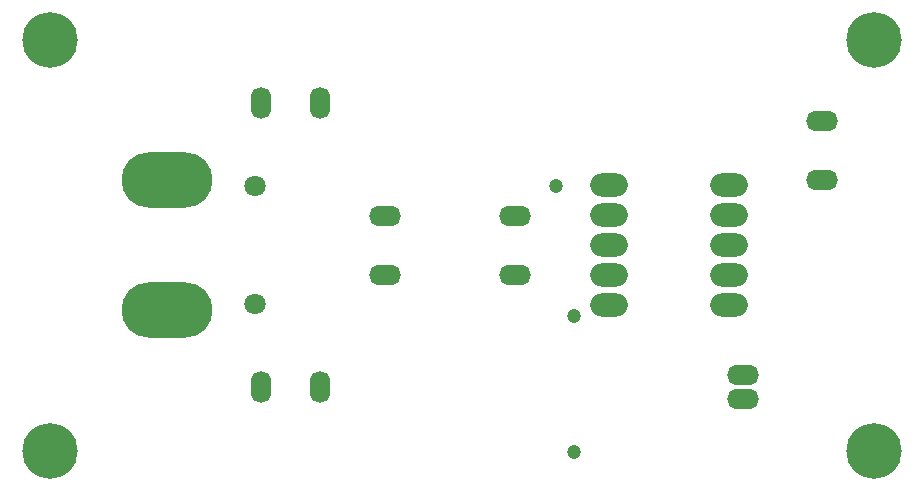
<source format=gbs>
G04 Layer_Color=16711935*
%FSLAX25Y25*%
%MOIN*%
G70*
G01*
G75*
%ADD44O,0.10642X0.06706*%
%ADD45O,0.10642X0.06706*%
%ADD46C,0.18517*%
%ADD47O,0.30328X0.18517*%
%ADD48O,0.06706X0.10642*%
%ADD49O,0.12611X0.07690*%
%ADD50C,0.07099*%
%ADD51C,0.04737*%
D44*
X267717Y21654D02*
D03*
Y41339D02*
D03*
X165354Y-9843D02*
D03*
Y9843D02*
D03*
X122047Y-9843D02*
D03*
Y9843D02*
D03*
D45*
X241142Y-43307D02*
D03*
Y-51181D02*
D03*
D46*
X285039Y68504D02*
D03*
X10236D02*
D03*
Y-68504D02*
D03*
X285039Y-68504D02*
D03*
D47*
X49213Y21654D02*
D03*
Y-21654D02*
D03*
D48*
X100394Y47244D02*
D03*
X80709D02*
D03*
X100394Y-47244D02*
D03*
X80709D02*
D03*
D49*
X236535Y-20000D02*
D03*
Y-10000D02*
D03*
Y0D02*
D03*
Y10000D02*
D03*
Y20000D02*
D03*
X196535Y-20000D02*
D03*
Y-10000D02*
D03*
Y0D02*
D03*
Y10000D02*
D03*
Y20000D02*
D03*
D50*
X78740Y19685D02*
D03*
Y-19685D02*
D03*
D51*
X185039Y-68898D02*
D03*
Y-23622D02*
D03*
X179134Y19685D02*
D03*
M02*

</source>
